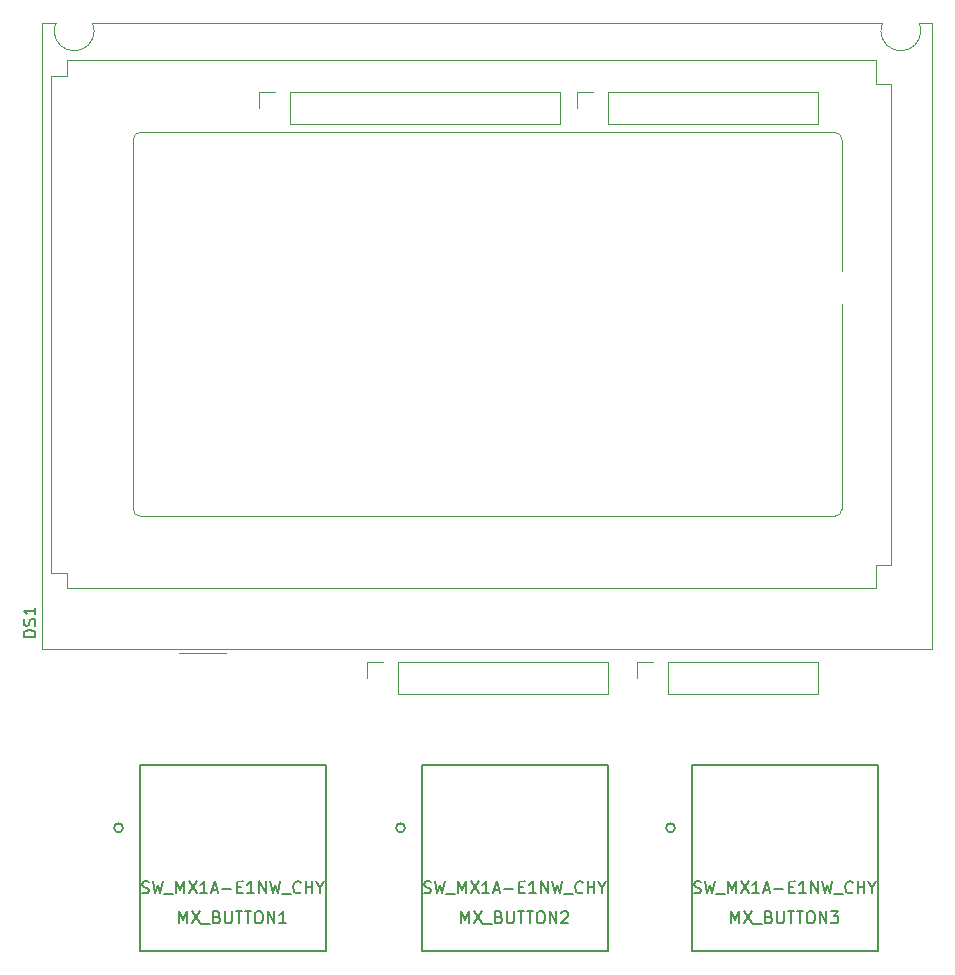
<source format=gbr>
%TF.GenerationSoftware,KiCad,Pcbnew,7.0.10*%
%TF.CreationDate,2024-02-11T11:32:57+13:00*%
%TF.ProjectId,conway_proj,636f6e77-6179-45f7-9072-6f6a2e6b6963,rev?*%
%TF.SameCoordinates,Original*%
%TF.FileFunction,Legend,Top*%
%TF.FilePolarity,Positive*%
%FSLAX46Y46*%
G04 Gerber Fmt 4.6, Leading zero omitted, Abs format (unit mm)*
G04 Created by KiCad (PCBNEW 7.0.10) date 2024-02-11 11:32:57*
%MOMM*%
%LPD*%
G01*
G04 APERTURE LIST*
%ADD10C,0.150000*%
%ADD11C,0.152400*%
%ADD12C,0.120000*%
%ADD13C,0.100000*%
%ADD14C,2.260600*%
%ADD15C,4.089400*%
%ADD16C,2.057400*%
%ADD17R,1.700000X1.700000*%
%ADD18O,1.700000X1.700000*%
%ADD19O,1.800000X2.500000*%
%ADD20R,1.800000X2.500000*%
%ADD21C,3.200000*%
G04 APERTURE END LIST*
D10*
X132076000Y-184274819D02*
X132076000Y-183274819D01*
X132076000Y-183274819D02*
X132409333Y-183989104D01*
X132409333Y-183989104D02*
X132742666Y-183274819D01*
X132742666Y-183274819D02*
X132742666Y-184274819D01*
X133123619Y-183274819D02*
X133790285Y-184274819D01*
X133790285Y-183274819D02*
X133123619Y-184274819D01*
X133933143Y-184370057D02*
X134695047Y-184370057D01*
X135266476Y-183751009D02*
X135409333Y-183798628D01*
X135409333Y-183798628D02*
X135456952Y-183846247D01*
X135456952Y-183846247D02*
X135504571Y-183941485D01*
X135504571Y-183941485D02*
X135504571Y-184084342D01*
X135504571Y-184084342D02*
X135456952Y-184179580D01*
X135456952Y-184179580D02*
X135409333Y-184227200D01*
X135409333Y-184227200D02*
X135314095Y-184274819D01*
X135314095Y-184274819D02*
X134933143Y-184274819D01*
X134933143Y-184274819D02*
X134933143Y-183274819D01*
X134933143Y-183274819D02*
X135266476Y-183274819D01*
X135266476Y-183274819D02*
X135361714Y-183322438D01*
X135361714Y-183322438D02*
X135409333Y-183370057D01*
X135409333Y-183370057D02*
X135456952Y-183465295D01*
X135456952Y-183465295D02*
X135456952Y-183560533D01*
X135456952Y-183560533D02*
X135409333Y-183655771D01*
X135409333Y-183655771D02*
X135361714Y-183703390D01*
X135361714Y-183703390D02*
X135266476Y-183751009D01*
X135266476Y-183751009D02*
X134933143Y-183751009D01*
X135933143Y-183274819D02*
X135933143Y-184084342D01*
X135933143Y-184084342D02*
X135980762Y-184179580D01*
X135980762Y-184179580D02*
X136028381Y-184227200D01*
X136028381Y-184227200D02*
X136123619Y-184274819D01*
X136123619Y-184274819D02*
X136314095Y-184274819D01*
X136314095Y-184274819D02*
X136409333Y-184227200D01*
X136409333Y-184227200D02*
X136456952Y-184179580D01*
X136456952Y-184179580D02*
X136504571Y-184084342D01*
X136504571Y-184084342D02*
X136504571Y-183274819D01*
X136837905Y-183274819D02*
X137409333Y-183274819D01*
X137123619Y-184274819D02*
X137123619Y-183274819D01*
X137599810Y-183274819D02*
X138171238Y-183274819D01*
X137885524Y-184274819D02*
X137885524Y-183274819D01*
X138695048Y-183274819D02*
X138885524Y-183274819D01*
X138885524Y-183274819D02*
X138980762Y-183322438D01*
X138980762Y-183322438D02*
X139076000Y-183417676D01*
X139076000Y-183417676D02*
X139123619Y-183608152D01*
X139123619Y-183608152D02*
X139123619Y-183941485D01*
X139123619Y-183941485D02*
X139076000Y-184131961D01*
X139076000Y-184131961D02*
X138980762Y-184227200D01*
X138980762Y-184227200D02*
X138885524Y-184274819D01*
X138885524Y-184274819D02*
X138695048Y-184274819D01*
X138695048Y-184274819D02*
X138599810Y-184227200D01*
X138599810Y-184227200D02*
X138504572Y-184131961D01*
X138504572Y-184131961D02*
X138456953Y-183941485D01*
X138456953Y-183941485D02*
X138456953Y-183608152D01*
X138456953Y-183608152D02*
X138504572Y-183417676D01*
X138504572Y-183417676D02*
X138599810Y-183322438D01*
X138599810Y-183322438D02*
X138695048Y-183274819D01*
X139552191Y-184274819D02*
X139552191Y-183274819D01*
X139552191Y-183274819D02*
X140123619Y-184274819D01*
X140123619Y-184274819D02*
X140123619Y-183274819D01*
X140504572Y-183274819D02*
X141123619Y-183274819D01*
X141123619Y-183274819D02*
X140790286Y-183655771D01*
X140790286Y-183655771D02*
X140933143Y-183655771D01*
X140933143Y-183655771D02*
X141028381Y-183703390D01*
X141028381Y-183703390D02*
X141076000Y-183751009D01*
X141076000Y-183751009D02*
X141123619Y-183846247D01*
X141123619Y-183846247D02*
X141123619Y-184084342D01*
X141123619Y-184084342D02*
X141076000Y-184179580D01*
X141076000Y-184179580D02*
X141028381Y-184227200D01*
X141028381Y-184227200D02*
X140933143Y-184274819D01*
X140933143Y-184274819D02*
X140647429Y-184274819D01*
X140647429Y-184274819D02*
X140552191Y-184227200D01*
X140552191Y-184227200D02*
X140504572Y-184179580D01*
X128909333Y-181687200D02*
X129052190Y-181734819D01*
X129052190Y-181734819D02*
X129290285Y-181734819D01*
X129290285Y-181734819D02*
X129385523Y-181687200D01*
X129385523Y-181687200D02*
X129433142Y-181639580D01*
X129433142Y-181639580D02*
X129480761Y-181544342D01*
X129480761Y-181544342D02*
X129480761Y-181449104D01*
X129480761Y-181449104D02*
X129433142Y-181353866D01*
X129433142Y-181353866D02*
X129385523Y-181306247D01*
X129385523Y-181306247D02*
X129290285Y-181258628D01*
X129290285Y-181258628D02*
X129099809Y-181211009D01*
X129099809Y-181211009D02*
X129004571Y-181163390D01*
X129004571Y-181163390D02*
X128956952Y-181115771D01*
X128956952Y-181115771D02*
X128909333Y-181020533D01*
X128909333Y-181020533D02*
X128909333Y-180925295D01*
X128909333Y-180925295D02*
X128956952Y-180830057D01*
X128956952Y-180830057D02*
X129004571Y-180782438D01*
X129004571Y-180782438D02*
X129099809Y-180734819D01*
X129099809Y-180734819D02*
X129337904Y-180734819D01*
X129337904Y-180734819D02*
X129480761Y-180782438D01*
X129814095Y-180734819D02*
X130052190Y-181734819D01*
X130052190Y-181734819D02*
X130242666Y-181020533D01*
X130242666Y-181020533D02*
X130433142Y-181734819D01*
X130433142Y-181734819D02*
X130671238Y-180734819D01*
X130814095Y-181830057D02*
X131575999Y-181830057D01*
X131814095Y-181734819D02*
X131814095Y-180734819D01*
X131814095Y-180734819D02*
X132147428Y-181449104D01*
X132147428Y-181449104D02*
X132480761Y-180734819D01*
X132480761Y-180734819D02*
X132480761Y-181734819D01*
X132861714Y-180734819D02*
X133528380Y-181734819D01*
X133528380Y-180734819D02*
X132861714Y-181734819D01*
X134433142Y-181734819D02*
X133861714Y-181734819D01*
X134147428Y-181734819D02*
X134147428Y-180734819D01*
X134147428Y-180734819D02*
X134052190Y-180877676D01*
X134052190Y-180877676D02*
X133956952Y-180972914D01*
X133956952Y-180972914D02*
X133861714Y-181020533D01*
X134814095Y-181449104D02*
X135290285Y-181449104D01*
X134718857Y-181734819D02*
X135052190Y-180734819D01*
X135052190Y-180734819D02*
X135385523Y-181734819D01*
X135718857Y-181353866D02*
X136480762Y-181353866D01*
X136956952Y-181211009D02*
X137290285Y-181211009D01*
X137433142Y-181734819D02*
X136956952Y-181734819D01*
X136956952Y-181734819D02*
X136956952Y-180734819D01*
X136956952Y-180734819D02*
X137433142Y-180734819D01*
X138385523Y-181734819D02*
X137814095Y-181734819D01*
X138099809Y-181734819D02*
X138099809Y-180734819D01*
X138099809Y-180734819D02*
X138004571Y-180877676D01*
X138004571Y-180877676D02*
X137909333Y-180972914D01*
X137909333Y-180972914D02*
X137814095Y-181020533D01*
X138814095Y-181734819D02*
X138814095Y-180734819D01*
X138814095Y-180734819D02*
X139385523Y-181734819D01*
X139385523Y-181734819D02*
X139385523Y-180734819D01*
X139766476Y-180734819D02*
X140004571Y-181734819D01*
X140004571Y-181734819D02*
X140195047Y-181020533D01*
X140195047Y-181020533D02*
X140385523Y-181734819D01*
X140385523Y-181734819D02*
X140623619Y-180734819D01*
X140766476Y-181830057D02*
X141528380Y-181830057D01*
X142337904Y-181639580D02*
X142290285Y-181687200D01*
X142290285Y-181687200D02*
X142147428Y-181734819D01*
X142147428Y-181734819D02*
X142052190Y-181734819D01*
X142052190Y-181734819D02*
X141909333Y-181687200D01*
X141909333Y-181687200D02*
X141814095Y-181591961D01*
X141814095Y-181591961D02*
X141766476Y-181496723D01*
X141766476Y-181496723D02*
X141718857Y-181306247D01*
X141718857Y-181306247D02*
X141718857Y-181163390D01*
X141718857Y-181163390D02*
X141766476Y-180972914D01*
X141766476Y-180972914D02*
X141814095Y-180877676D01*
X141814095Y-180877676D02*
X141909333Y-180782438D01*
X141909333Y-180782438D02*
X142052190Y-180734819D01*
X142052190Y-180734819D02*
X142147428Y-180734819D01*
X142147428Y-180734819D02*
X142290285Y-180782438D01*
X142290285Y-180782438D02*
X142337904Y-180830057D01*
X142766476Y-181734819D02*
X142766476Y-180734819D01*
X142766476Y-181211009D02*
X143337904Y-181211009D01*
X143337904Y-181734819D02*
X143337904Y-180734819D01*
X144004571Y-181258628D02*
X144004571Y-181734819D01*
X143671238Y-180734819D02*
X144004571Y-181258628D01*
X144004571Y-181258628D02*
X144337904Y-180734819D01*
X109216000Y-184274819D02*
X109216000Y-183274819D01*
X109216000Y-183274819D02*
X109549333Y-183989104D01*
X109549333Y-183989104D02*
X109882666Y-183274819D01*
X109882666Y-183274819D02*
X109882666Y-184274819D01*
X110263619Y-183274819D02*
X110930285Y-184274819D01*
X110930285Y-183274819D02*
X110263619Y-184274819D01*
X111073143Y-184370057D02*
X111835047Y-184370057D01*
X112406476Y-183751009D02*
X112549333Y-183798628D01*
X112549333Y-183798628D02*
X112596952Y-183846247D01*
X112596952Y-183846247D02*
X112644571Y-183941485D01*
X112644571Y-183941485D02*
X112644571Y-184084342D01*
X112644571Y-184084342D02*
X112596952Y-184179580D01*
X112596952Y-184179580D02*
X112549333Y-184227200D01*
X112549333Y-184227200D02*
X112454095Y-184274819D01*
X112454095Y-184274819D02*
X112073143Y-184274819D01*
X112073143Y-184274819D02*
X112073143Y-183274819D01*
X112073143Y-183274819D02*
X112406476Y-183274819D01*
X112406476Y-183274819D02*
X112501714Y-183322438D01*
X112501714Y-183322438D02*
X112549333Y-183370057D01*
X112549333Y-183370057D02*
X112596952Y-183465295D01*
X112596952Y-183465295D02*
X112596952Y-183560533D01*
X112596952Y-183560533D02*
X112549333Y-183655771D01*
X112549333Y-183655771D02*
X112501714Y-183703390D01*
X112501714Y-183703390D02*
X112406476Y-183751009D01*
X112406476Y-183751009D02*
X112073143Y-183751009D01*
X113073143Y-183274819D02*
X113073143Y-184084342D01*
X113073143Y-184084342D02*
X113120762Y-184179580D01*
X113120762Y-184179580D02*
X113168381Y-184227200D01*
X113168381Y-184227200D02*
X113263619Y-184274819D01*
X113263619Y-184274819D02*
X113454095Y-184274819D01*
X113454095Y-184274819D02*
X113549333Y-184227200D01*
X113549333Y-184227200D02*
X113596952Y-184179580D01*
X113596952Y-184179580D02*
X113644571Y-184084342D01*
X113644571Y-184084342D02*
X113644571Y-183274819D01*
X113977905Y-183274819D02*
X114549333Y-183274819D01*
X114263619Y-184274819D02*
X114263619Y-183274819D01*
X114739810Y-183274819D02*
X115311238Y-183274819D01*
X115025524Y-184274819D02*
X115025524Y-183274819D01*
X115835048Y-183274819D02*
X116025524Y-183274819D01*
X116025524Y-183274819D02*
X116120762Y-183322438D01*
X116120762Y-183322438D02*
X116216000Y-183417676D01*
X116216000Y-183417676D02*
X116263619Y-183608152D01*
X116263619Y-183608152D02*
X116263619Y-183941485D01*
X116263619Y-183941485D02*
X116216000Y-184131961D01*
X116216000Y-184131961D02*
X116120762Y-184227200D01*
X116120762Y-184227200D02*
X116025524Y-184274819D01*
X116025524Y-184274819D02*
X115835048Y-184274819D01*
X115835048Y-184274819D02*
X115739810Y-184227200D01*
X115739810Y-184227200D02*
X115644572Y-184131961D01*
X115644572Y-184131961D02*
X115596953Y-183941485D01*
X115596953Y-183941485D02*
X115596953Y-183608152D01*
X115596953Y-183608152D02*
X115644572Y-183417676D01*
X115644572Y-183417676D02*
X115739810Y-183322438D01*
X115739810Y-183322438D02*
X115835048Y-183274819D01*
X116692191Y-184274819D02*
X116692191Y-183274819D01*
X116692191Y-183274819D02*
X117263619Y-184274819D01*
X117263619Y-184274819D02*
X117263619Y-183274819D01*
X117692191Y-183370057D02*
X117739810Y-183322438D01*
X117739810Y-183322438D02*
X117835048Y-183274819D01*
X117835048Y-183274819D02*
X118073143Y-183274819D01*
X118073143Y-183274819D02*
X118168381Y-183322438D01*
X118168381Y-183322438D02*
X118216000Y-183370057D01*
X118216000Y-183370057D02*
X118263619Y-183465295D01*
X118263619Y-183465295D02*
X118263619Y-183560533D01*
X118263619Y-183560533D02*
X118216000Y-183703390D01*
X118216000Y-183703390D02*
X117644572Y-184274819D01*
X117644572Y-184274819D02*
X118263619Y-184274819D01*
X106049333Y-181687200D02*
X106192190Y-181734819D01*
X106192190Y-181734819D02*
X106430285Y-181734819D01*
X106430285Y-181734819D02*
X106525523Y-181687200D01*
X106525523Y-181687200D02*
X106573142Y-181639580D01*
X106573142Y-181639580D02*
X106620761Y-181544342D01*
X106620761Y-181544342D02*
X106620761Y-181449104D01*
X106620761Y-181449104D02*
X106573142Y-181353866D01*
X106573142Y-181353866D02*
X106525523Y-181306247D01*
X106525523Y-181306247D02*
X106430285Y-181258628D01*
X106430285Y-181258628D02*
X106239809Y-181211009D01*
X106239809Y-181211009D02*
X106144571Y-181163390D01*
X106144571Y-181163390D02*
X106096952Y-181115771D01*
X106096952Y-181115771D02*
X106049333Y-181020533D01*
X106049333Y-181020533D02*
X106049333Y-180925295D01*
X106049333Y-180925295D02*
X106096952Y-180830057D01*
X106096952Y-180830057D02*
X106144571Y-180782438D01*
X106144571Y-180782438D02*
X106239809Y-180734819D01*
X106239809Y-180734819D02*
X106477904Y-180734819D01*
X106477904Y-180734819D02*
X106620761Y-180782438D01*
X106954095Y-180734819D02*
X107192190Y-181734819D01*
X107192190Y-181734819D02*
X107382666Y-181020533D01*
X107382666Y-181020533D02*
X107573142Y-181734819D01*
X107573142Y-181734819D02*
X107811238Y-180734819D01*
X107954095Y-181830057D02*
X108715999Y-181830057D01*
X108954095Y-181734819D02*
X108954095Y-180734819D01*
X108954095Y-180734819D02*
X109287428Y-181449104D01*
X109287428Y-181449104D02*
X109620761Y-180734819D01*
X109620761Y-180734819D02*
X109620761Y-181734819D01*
X110001714Y-180734819D02*
X110668380Y-181734819D01*
X110668380Y-180734819D02*
X110001714Y-181734819D01*
X111573142Y-181734819D02*
X111001714Y-181734819D01*
X111287428Y-181734819D02*
X111287428Y-180734819D01*
X111287428Y-180734819D02*
X111192190Y-180877676D01*
X111192190Y-180877676D02*
X111096952Y-180972914D01*
X111096952Y-180972914D02*
X111001714Y-181020533D01*
X111954095Y-181449104D02*
X112430285Y-181449104D01*
X111858857Y-181734819D02*
X112192190Y-180734819D01*
X112192190Y-180734819D02*
X112525523Y-181734819D01*
X112858857Y-181353866D02*
X113620762Y-181353866D01*
X114096952Y-181211009D02*
X114430285Y-181211009D01*
X114573142Y-181734819D02*
X114096952Y-181734819D01*
X114096952Y-181734819D02*
X114096952Y-180734819D01*
X114096952Y-180734819D02*
X114573142Y-180734819D01*
X115525523Y-181734819D02*
X114954095Y-181734819D01*
X115239809Y-181734819D02*
X115239809Y-180734819D01*
X115239809Y-180734819D02*
X115144571Y-180877676D01*
X115144571Y-180877676D02*
X115049333Y-180972914D01*
X115049333Y-180972914D02*
X114954095Y-181020533D01*
X115954095Y-181734819D02*
X115954095Y-180734819D01*
X115954095Y-180734819D02*
X116525523Y-181734819D01*
X116525523Y-181734819D02*
X116525523Y-180734819D01*
X116906476Y-180734819D02*
X117144571Y-181734819D01*
X117144571Y-181734819D02*
X117335047Y-181020533D01*
X117335047Y-181020533D02*
X117525523Y-181734819D01*
X117525523Y-181734819D02*
X117763619Y-180734819D01*
X117906476Y-181830057D02*
X118668380Y-181830057D01*
X119477904Y-181639580D02*
X119430285Y-181687200D01*
X119430285Y-181687200D02*
X119287428Y-181734819D01*
X119287428Y-181734819D02*
X119192190Y-181734819D01*
X119192190Y-181734819D02*
X119049333Y-181687200D01*
X119049333Y-181687200D02*
X118954095Y-181591961D01*
X118954095Y-181591961D02*
X118906476Y-181496723D01*
X118906476Y-181496723D02*
X118858857Y-181306247D01*
X118858857Y-181306247D02*
X118858857Y-181163390D01*
X118858857Y-181163390D02*
X118906476Y-180972914D01*
X118906476Y-180972914D02*
X118954095Y-180877676D01*
X118954095Y-180877676D02*
X119049333Y-180782438D01*
X119049333Y-180782438D02*
X119192190Y-180734819D01*
X119192190Y-180734819D02*
X119287428Y-180734819D01*
X119287428Y-180734819D02*
X119430285Y-180782438D01*
X119430285Y-180782438D02*
X119477904Y-180830057D01*
X119906476Y-181734819D02*
X119906476Y-180734819D01*
X119906476Y-181211009D02*
X120477904Y-181211009D01*
X120477904Y-181734819D02*
X120477904Y-180734819D01*
X121144571Y-181258628D02*
X121144571Y-181734819D01*
X120811238Y-180734819D02*
X121144571Y-181258628D01*
X121144571Y-181258628D02*
X121477904Y-180734819D01*
X85340000Y-184274819D02*
X85340000Y-183274819D01*
X85340000Y-183274819D02*
X85673333Y-183989104D01*
X85673333Y-183989104D02*
X86006666Y-183274819D01*
X86006666Y-183274819D02*
X86006666Y-184274819D01*
X86387619Y-183274819D02*
X87054285Y-184274819D01*
X87054285Y-183274819D02*
X86387619Y-184274819D01*
X87197143Y-184370057D02*
X87959047Y-184370057D01*
X88530476Y-183751009D02*
X88673333Y-183798628D01*
X88673333Y-183798628D02*
X88720952Y-183846247D01*
X88720952Y-183846247D02*
X88768571Y-183941485D01*
X88768571Y-183941485D02*
X88768571Y-184084342D01*
X88768571Y-184084342D02*
X88720952Y-184179580D01*
X88720952Y-184179580D02*
X88673333Y-184227200D01*
X88673333Y-184227200D02*
X88578095Y-184274819D01*
X88578095Y-184274819D02*
X88197143Y-184274819D01*
X88197143Y-184274819D02*
X88197143Y-183274819D01*
X88197143Y-183274819D02*
X88530476Y-183274819D01*
X88530476Y-183274819D02*
X88625714Y-183322438D01*
X88625714Y-183322438D02*
X88673333Y-183370057D01*
X88673333Y-183370057D02*
X88720952Y-183465295D01*
X88720952Y-183465295D02*
X88720952Y-183560533D01*
X88720952Y-183560533D02*
X88673333Y-183655771D01*
X88673333Y-183655771D02*
X88625714Y-183703390D01*
X88625714Y-183703390D02*
X88530476Y-183751009D01*
X88530476Y-183751009D02*
X88197143Y-183751009D01*
X89197143Y-183274819D02*
X89197143Y-184084342D01*
X89197143Y-184084342D02*
X89244762Y-184179580D01*
X89244762Y-184179580D02*
X89292381Y-184227200D01*
X89292381Y-184227200D02*
X89387619Y-184274819D01*
X89387619Y-184274819D02*
X89578095Y-184274819D01*
X89578095Y-184274819D02*
X89673333Y-184227200D01*
X89673333Y-184227200D02*
X89720952Y-184179580D01*
X89720952Y-184179580D02*
X89768571Y-184084342D01*
X89768571Y-184084342D02*
X89768571Y-183274819D01*
X90101905Y-183274819D02*
X90673333Y-183274819D01*
X90387619Y-184274819D02*
X90387619Y-183274819D01*
X90863810Y-183274819D02*
X91435238Y-183274819D01*
X91149524Y-184274819D02*
X91149524Y-183274819D01*
X91959048Y-183274819D02*
X92149524Y-183274819D01*
X92149524Y-183274819D02*
X92244762Y-183322438D01*
X92244762Y-183322438D02*
X92340000Y-183417676D01*
X92340000Y-183417676D02*
X92387619Y-183608152D01*
X92387619Y-183608152D02*
X92387619Y-183941485D01*
X92387619Y-183941485D02*
X92340000Y-184131961D01*
X92340000Y-184131961D02*
X92244762Y-184227200D01*
X92244762Y-184227200D02*
X92149524Y-184274819D01*
X92149524Y-184274819D02*
X91959048Y-184274819D01*
X91959048Y-184274819D02*
X91863810Y-184227200D01*
X91863810Y-184227200D02*
X91768572Y-184131961D01*
X91768572Y-184131961D02*
X91720953Y-183941485D01*
X91720953Y-183941485D02*
X91720953Y-183608152D01*
X91720953Y-183608152D02*
X91768572Y-183417676D01*
X91768572Y-183417676D02*
X91863810Y-183322438D01*
X91863810Y-183322438D02*
X91959048Y-183274819D01*
X92816191Y-184274819D02*
X92816191Y-183274819D01*
X92816191Y-183274819D02*
X93387619Y-184274819D01*
X93387619Y-184274819D02*
X93387619Y-183274819D01*
X94387619Y-184274819D02*
X93816191Y-184274819D01*
X94101905Y-184274819D02*
X94101905Y-183274819D01*
X94101905Y-183274819D02*
X94006667Y-183417676D01*
X94006667Y-183417676D02*
X93911429Y-183512914D01*
X93911429Y-183512914D02*
X93816191Y-183560533D01*
X82173333Y-181687200D02*
X82316190Y-181734819D01*
X82316190Y-181734819D02*
X82554285Y-181734819D01*
X82554285Y-181734819D02*
X82649523Y-181687200D01*
X82649523Y-181687200D02*
X82697142Y-181639580D01*
X82697142Y-181639580D02*
X82744761Y-181544342D01*
X82744761Y-181544342D02*
X82744761Y-181449104D01*
X82744761Y-181449104D02*
X82697142Y-181353866D01*
X82697142Y-181353866D02*
X82649523Y-181306247D01*
X82649523Y-181306247D02*
X82554285Y-181258628D01*
X82554285Y-181258628D02*
X82363809Y-181211009D01*
X82363809Y-181211009D02*
X82268571Y-181163390D01*
X82268571Y-181163390D02*
X82220952Y-181115771D01*
X82220952Y-181115771D02*
X82173333Y-181020533D01*
X82173333Y-181020533D02*
X82173333Y-180925295D01*
X82173333Y-180925295D02*
X82220952Y-180830057D01*
X82220952Y-180830057D02*
X82268571Y-180782438D01*
X82268571Y-180782438D02*
X82363809Y-180734819D01*
X82363809Y-180734819D02*
X82601904Y-180734819D01*
X82601904Y-180734819D02*
X82744761Y-180782438D01*
X83078095Y-180734819D02*
X83316190Y-181734819D01*
X83316190Y-181734819D02*
X83506666Y-181020533D01*
X83506666Y-181020533D02*
X83697142Y-181734819D01*
X83697142Y-181734819D02*
X83935238Y-180734819D01*
X84078095Y-181830057D02*
X84839999Y-181830057D01*
X85078095Y-181734819D02*
X85078095Y-180734819D01*
X85078095Y-180734819D02*
X85411428Y-181449104D01*
X85411428Y-181449104D02*
X85744761Y-180734819D01*
X85744761Y-180734819D02*
X85744761Y-181734819D01*
X86125714Y-180734819D02*
X86792380Y-181734819D01*
X86792380Y-180734819D02*
X86125714Y-181734819D01*
X87697142Y-181734819D02*
X87125714Y-181734819D01*
X87411428Y-181734819D02*
X87411428Y-180734819D01*
X87411428Y-180734819D02*
X87316190Y-180877676D01*
X87316190Y-180877676D02*
X87220952Y-180972914D01*
X87220952Y-180972914D02*
X87125714Y-181020533D01*
X88078095Y-181449104D02*
X88554285Y-181449104D01*
X87982857Y-181734819D02*
X88316190Y-180734819D01*
X88316190Y-180734819D02*
X88649523Y-181734819D01*
X88982857Y-181353866D02*
X89744762Y-181353866D01*
X90220952Y-181211009D02*
X90554285Y-181211009D01*
X90697142Y-181734819D02*
X90220952Y-181734819D01*
X90220952Y-181734819D02*
X90220952Y-180734819D01*
X90220952Y-180734819D02*
X90697142Y-180734819D01*
X91649523Y-181734819D02*
X91078095Y-181734819D01*
X91363809Y-181734819D02*
X91363809Y-180734819D01*
X91363809Y-180734819D02*
X91268571Y-180877676D01*
X91268571Y-180877676D02*
X91173333Y-180972914D01*
X91173333Y-180972914D02*
X91078095Y-181020533D01*
X92078095Y-181734819D02*
X92078095Y-180734819D01*
X92078095Y-180734819D02*
X92649523Y-181734819D01*
X92649523Y-181734819D02*
X92649523Y-180734819D01*
X93030476Y-180734819D02*
X93268571Y-181734819D01*
X93268571Y-181734819D02*
X93459047Y-181020533D01*
X93459047Y-181020533D02*
X93649523Y-181734819D01*
X93649523Y-181734819D02*
X93887619Y-180734819D01*
X94030476Y-181830057D02*
X94792380Y-181830057D01*
X95601904Y-181639580D02*
X95554285Y-181687200D01*
X95554285Y-181687200D02*
X95411428Y-181734819D01*
X95411428Y-181734819D02*
X95316190Y-181734819D01*
X95316190Y-181734819D02*
X95173333Y-181687200D01*
X95173333Y-181687200D02*
X95078095Y-181591961D01*
X95078095Y-181591961D02*
X95030476Y-181496723D01*
X95030476Y-181496723D02*
X94982857Y-181306247D01*
X94982857Y-181306247D02*
X94982857Y-181163390D01*
X94982857Y-181163390D02*
X95030476Y-180972914D01*
X95030476Y-180972914D02*
X95078095Y-180877676D01*
X95078095Y-180877676D02*
X95173333Y-180782438D01*
X95173333Y-180782438D02*
X95316190Y-180734819D01*
X95316190Y-180734819D02*
X95411428Y-180734819D01*
X95411428Y-180734819D02*
X95554285Y-180782438D01*
X95554285Y-180782438D02*
X95601904Y-180830057D01*
X96030476Y-181734819D02*
X96030476Y-180734819D01*
X96030476Y-181211009D02*
X96601904Y-181211009D01*
X96601904Y-181734819D02*
X96601904Y-180734819D01*
X97268571Y-181258628D02*
X97268571Y-181734819D01*
X96935238Y-180734819D02*
X97268571Y-181258628D01*
X97268571Y-181258628D02*
X97601904Y-180734819D01*
X73154819Y-160034285D02*
X72154819Y-160034285D01*
X72154819Y-160034285D02*
X72154819Y-159796190D01*
X72154819Y-159796190D02*
X72202438Y-159653333D01*
X72202438Y-159653333D02*
X72297676Y-159558095D01*
X72297676Y-159558095D02*
X72392914Y-159510476D01*
X72392914Y-159510476D02*
X72583390Y-159462857D01*
X72583390Y-159462857D02*
X72726247Y-159462857D01*
X72726247Y-159462857D02*
X72916723Y-159510476D01*
X72916723Y-159510476D02*
X73011961Y-159558095D01*
X73011961Y-159558095D02*
X73107200Y-159653333D01*
X73107200Y-159653333D02*
X73154819Y-159796190D01*
X73154819Y-159796190D02*
X73154819Y-160034285D01*
X73107200Y-159081904D02*
X73154819Y-158939047D01*
X73154819Y-158939047D02*
X73154819Y-158700952D01*
X73154819Y-158700952D02*
X73107200Y-158605714D01*
X73107200Y-158605714D02*
X73059580Y-158558095D01*
X73059580Y-158558095D02*
X72964342Y-158510476D01*
X72964342Y-158510476D02*
X72869104Y-158510476D01*
X72869104Y-158510476D02*
X72773866Y-158558095D01*
X72773866Y-158558095D02*
X72726247Y-158605714D01*
X72726247Y-158605714D02*
X72678628Y-158700952D01*
X72678628Y-158700952D02*
X72631009Y-158891428D01*
X72631009Y-158891428D02*
X72583390Y-158986666D01*
X72583390Y-158986666D02*
X72535771Y-159034285D01*
X72535771Y-159034285D02*
X72440533Y-159081904D01*
X72440533Y-159081904D02*
X72345295Y-159081904D01*
X72345295Y-159081904D02*
X72250057Y-159034285D01*
X72250057Y-159034285D02*
X72202438Y-158986666D01*
X72202438Y-158986666D02*
X72154819Y-158891428D01*
X72154819Y-158891428D02*
X72154819Y-158653333D01*
X72154819Y-158653333D02*
X72202438Y-158510476D01*
X73154819Y-157558095D02*
X73154819Y-158129523D01*
X73154819Y-157843809D02*
X72154819Y-157843809D01*
X72154819Y-157843809D02*
X72297676Y-157939047D01*
X72297676Y-157939047D02*
X72392914Y-158034285D01*
X72392914Y-158034285D02*
X72440533Y-158129523D01*
D11*
%TO.C,MX_BUTTON3*%
X127305000Y-176200000D02*
G75*
G03*
X126543000Y-176200000I-381000J0D01*
G01*
X126543000Y-176200000D02*
G75*
G03*
X127305000Y-176200000I381000J0D01*
G01*
X144450000Y-186614000D02*
X144450000Y-170866000D01*
X144450000Y-170866000D02*
X128702000Y-170866000D01*
X128702000Y-186614000D02*
X144450000Y-186614000D01*
X128702000Y-170866000D02*
X128702000Y-186614000D01*
%TO.C,MX_BUTTON2*%
X104445000Y-176200000D02*
G75*
G03*
X103683000Y-176200000I-381000J0D01*
G01*
X103683000Y-176200000D02*
G75*
G03*
X104445000Y-176200000I381000J0D01*
G01*
X121590000Y-186614000D02*
X121590000Y-170866000D01*
X121590000Y-170866000D02*
X105842000Y-170866000D01*
X105842000Y-186614000D02*
X121590000Y-186614000D01*
X105842000Y-170866000D02*
X105842000Y-186614000D01*
%TO.C,MX_BUTTON1*%
X81966000Y-170866000D02*
X81966000Y-186614000D01*
X81966000Y-186614000D02*
X97714000Y-186614000D01*
X97714000Y-170866000D02*
X81966000Y-170866000D01*
X97714000Y-186614000D02*
X97714000Y-170866000D01*
X80569000Y-176200000D02*
G75*
G03*
X79807000Y-176200000I-381000J0D01*
G01*
X79807000Y-176200000D02*
G75*
G03*
X80569000Y-176200000I381000J0D01*
G01*
D12*
%TO.C,J1*%
X103810000Y-164830000D02*
X121650000Y-164830000D01*
X103810000Y-164830000D02*
X103810000Y-162170000D01*
X121650000Y-164830000D02*
X121650000Y-162170000D01*
X101210000Y-163500000D02*
X101210000Y-162170000D01*
X101210000Y-162170000D02*
X102540000Y-162170000D01*
X103810000Y-162170000D02*
X121650000Y-162170000D01*
%TO.C,J3*%
X126670000Y-164830000D02*
X139430000Y-164830000D01*
X126670000Y-164830000D02*
X126670000Y-162170000D01*
X139430000Y-164830000D02*
X139430000Y-162170000D01*
X124070000Y-163500000D02*
X124070000Y-162170000D01*
X124070000Y-162170000D02*
X125400000Y-162170000D01*
X126670000Y-162170000D02*
X139430000Y-162170000D01*
%TO.C,J2*%
X94666000Y-116570000D02*
X117586000Y-116570000D01*
X94666000Y-116570000D02*
X94666000Y-113910000D01*
X117586000Y-116570000D02*
X117586000Y-113910000D01*
X92066000Y-115240000D02*
X92066000Y-113910000D01*
X92066000Y-113910000D02*
X93396000Y-113910000D01*
X94666000Y-113910000D02*
X117586000Y-113910000D01*
%TO.C,J4*%
X121590000Y-116570000D02*
X139430000Y-116570000D01*
X121590000Y-116570000D02*
X121590000Y-113910000D01*
X139430000Y-116570000D02*
X139430000Y-113910000D01*
X118990000Y-115240000D02*
X118990000Y-113910000D01*
X118990000Y-113910000D02*
X120320000Y-113910000D01*
X121590000Y-113910000D02*
X139430000Y-113910000D01*
D13*
%TO.C,DS1*%
X77060000Y-110300000D02*
G75*
G03*
X78010000Y-108090000I-630000J1580000D01*
G01*
X147040000Y-110299999D02*
G75*
G03*
X148009999Y-108110000I-610000J1579999D01*
G01*
X145810000Y-110299999D02*
G75*
G03*
X148009999Y-109340000I620000J1579999D01*
G01*
X75740000Y-110269999D02*
G75*
G03*
X77979999Y-109410000I690000J1549999D01*
G01*
X144850001Y-108100000D02*
G75*
G03*
X145810000Y-110299999I1579999J-620000D01*
G01*
X74850001Y-108100000D02*
G75*
G03*
X75810000Y-110299999I1579999J-620000D01*
G01*
D12*
X141430000Y-117920000D02*
G75*
G03*
X140830000Y-117320000I-600000J0D01*
G01*
X82030000Y-117320000D02*
G75*
G03*
X81430000Y-117920000I0J-600000D01*
G01*
X140830000Y-149820000D02*
G75*
G03*
X141430000Y-149220000I0J600000D01*
G01*
X81430000Y-149220000D02*
G75*
G03*
X82030000Y-149820000I600000J0D01*
G01*
D13*
X149050000Y-108070000D02*
X148000000Y-108070000D01*
X144850000Y-108070000D02*
X78000000Y-108070000D01*
X73760000Y-108070000D02*
X74860000Y-108070000D01*
X73750000Y-108070000D02*
X73750000Y-161070000D01*
D12*
X144300000Y-111220000D02*
X144300000Y-113220000D01*
X75800000Y-111220000D02*
X144300000Y-111220000D01*
X75800000Y-111220000D02*
X75800000Y-112520000D01*
X75800000Y-112520000D02*
X74500000Y-112520000D01*
X145600000Y-113220000D02*
X145600000Y-153920000D01*
X144300000Y-113220000D02*
X145600000Y-113220000D01*
X140830000Y-117320000D02*
X82030000Y-117320000D01*
X81430000Y-117920000D02*
X81430000Y-149210000D01*
X141430000Y-149220000D02*
X141430000Y-117920000D01*
X82030000Y-149820000D02*
X140830000Y-149820000D01*
X144300000Y-153920000D02*
X145600000Y-153920000D01*
X75800000Y-154620000D02*
X75800000Y-155920000D01*
X74500000Y-154620000D02*
X74500000Y-112520000D01*
X74500000Y-154620000D02*
X75800000Y-154620000D01*
X144300000Y-155920000D02*
X144300000Y-153920000D01*
X144300000Y-155920000D02*
X75800000Y-155920000D01*
D13*
X149050000Y-161070000D02*
X149050000Y-108070000D01*
X73750000Y-161070000D02*
X149050000Y-161070000D01*
D12*
X85300000Y-161420000D02*
X89300000Y-161420000D01*
%TD*%
%LPC*%
D14*
%TO.C,MX_BUTTON3*%
X141656000Y-178740000D03*
X131496000Y-178740000D03*
D15*
X136576000Y-178740000D03*
D16*
X139116000Y-173660000D03*
X132766000Y-176200000D03*
%TD*%
D14*
%TO.C,MX_BUTTON2*%
X118796000Y-178740000D03*
X108636000Y-178740000D03*
D15*
X113716000Y-178740000D03*
D16*
X116256000Y-173660000D03*
X109906000Y-176200000D03*
%TD*%
%TO.C,MX_BUTTON1*%
X86030000Y-176200000D03*
X92380000Y-173660000D03*
D15*
X89840000Y-178740000D03*
D14*
X84760000Y-178740000D03*
X94920000Y-178740000D03*
%TD*%
D17*
%TO.C,J1*%
X102540000Y-163500000D03*
D18*
X105080000Y-163500000D03*
X107620000Y-163500000D03*
X110160000Y-163500000D03*
X112700000Y-163500000D03*
X115240000Y-163500000D03*
X117780000Y-163500000D03*
X120320000Y-163500000D03*
%TD*%
D17*
%TO.C,J3*%
X125400000Y-163500000D03*
D18*
X127940000Y-163500000D03*
X130480000Y-163500000D03*
X133020000Y-163500000D03*
X135560000Y-163500000D03*
X138100000Y-163500000D03*
%TD*%
D17*
%TO.C,J2*%
X93396000Y-115240000D03*
D18*
X95936000Y-115240000D03*
X98476000Y-115240000D03*
X101016000Y-115240000D03*
X103556000Y-115240000D03*
X106096000Y-115240000D03*
X108636000Y-115240000D03*
X111176000Y-115240000D03*
X113716000Y-115240000D03*
X116256000Y-115240000D03*
%TD*%
D17*
%TO.C,J4*%
X120320000Y-115240000D03*
D18*
X122860000Y-115240000D03*
X125400000Y-115240000D03*
X127940000Y-115240000D03*
X130480000Y-115240000D03*
X133020000Y-115240000D03*
X135560000Y-115240000D03*
X138100000Y-115240000D03*
%TD*%
D19*
%TO.C,DS1*%
X135560000Y-158420000D03*
X133020000Y-158420000D03*
X130480000Y-158420000D03*
X127940000Y-158420000D03*
X125400000Y-158420000D03*
X122860000Y-158420000D03*
X120320000Y-158420000D03*
X117780000Y-158420000D03*
X115240000Y-158420000D03*
X112700000Y-158420000D03*
X110160000Y-158420000D03*
X107620000Y-158420000D03*
X105080000Y-158420000D03*
X102540000Y-158420000D03*
X100000000Y-158420000D03*
X97460000Y-158420000D03*
X94920000Y-158420000D03*
X92380000Y-158420000D03*
X89840000Y-158420000D03*
D20*
X87300000Y-158420000D03*
D21*
X146430000Y-108720000D03*
X76430000Y-108720000D03*
X146430000Y-158420000D03*
X76430000Y-158420000D03*
%TD*%
%TO.C,MH1*%
X89840000Y-115240000D03*
%TD*%
%TO.C,MH2*%
X88570000Y-163500000D03*
%TD*%
%TO.C,MH3*%
X140640000Y-130480000D03*
%TD*%
%TO.C,MH4*%
X140640000Y-158420000D03*
%TD*%
%LPD*%
M02*

</source>
